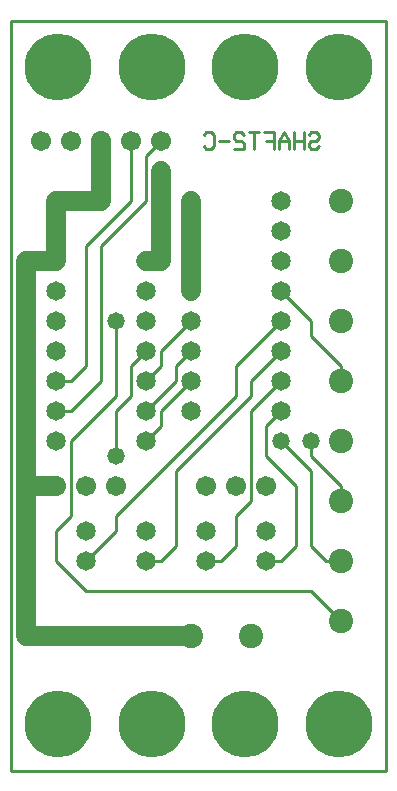
<source format=gbl>
%MOIN*%
%FSLAX25Y25*%
G04 D10 used for Character Trace; *
G04     Circle (OD=.01000) (No hole)*
G04 D11 used for Power Trace; *
G04     Circle (OD=.06700) (No hole)*
G04 D12 used for Signal Trace; *
G04     Circle (OD=.01100) (No hole)*
G04 D13 used for Via; *
G04     Circle (OD=.05800) (Round. Hole ID=.02800)*
G04 D14 used for Component hole; *
G04     Circle (OD=.06500) (Round. Hole ID=.03500)*
G04 D15 used for Component hole; *
G04     Circle (OD=.06700) (Round. Hole ID=.04300)*
G04 D16 used for Component hole; *
G04     Circle (OD=.08100) (Round. Hole ID=.05100)*
G04 D17 used for Component hole; *
G04     Circle (OD=.08900) (Round. Hole ID=.05900)*
G04 D18 used for Component hole; *
G04     Circle (OD=.11300) (Round. Hole ID=.08300)*
G04 D19 used for Component hole; *
G04     Circle (OD=.16000) (Round. Hole ID=.13000)*
G04 D20 used for Component hole; *
G04     Circle (OD=.18300) (Round. Hole ID=.15300)*
G04 D21 used for Component hole; *
G04     Circle (OD=.22291) (Round. Hole ID=.19291)*
%ADD10C,.01000*%
%ADD11C,.06700*%
%ADD12C,.01100*%
%ADD13C,.05800*%
%ADD14C,.06500*%
%ADD15C,.06700*%
%ADD16C,.08100*%
%ADD17C,.08900*%
%ADD18C,.11300*%
%ADD19C,.16000*%
%ADD20C,.18300*%
%ADD21C,.22291*%
%IPPOS*%
%LPD*%
G90*X0Y0D02*D21*X15625Y15625D03*D11*              
X5000Y45000D02*X60000D01*D16*D03*X80000D03*D14*   
X85000Y70000D03*D12*X90000D01*X95000Y75000D01*    
Y95000D01*X85000Y105000D01*Y115000D01*            
X90000Y120000D01*D14*D03*D13*X100000Y110000D03*   
D12*Y105000D01*X110000Y95000D01*Y90000D01*D16*D03*
D12*X100000Y75000D02*Y100000D01*X105000Y70000D02* 
X100000Y75000D01*X105000Y70000D02*X110000D01*D16* 
D03*D12*Y50000D02*X100000Y60000D01*D16*           
X110000Y50000D03*D12*X25000Y60000D02*X100000D01*  
X25000D02*X15000Y70000D01*Y80000D01*              
X20000Y85000D01*Y110000D01*X35000Y125000D01*      
Y150000D01*D13*D03*D14*X45000Y140000D03*D12*      
X40000Y135000D01*Y125000D01*X35000Y120000D01*     
Y105000D01*D13*D03*D15*X25000Y95000D03*X35000D03* 
D14*X45000Y110000D03*D12*X50000Y115000D01*        
Y120000D01*X60000Y130000D01*D14*D03*D12*X55000D02*
Y135000D01*X45000Y120000D02*X55000Y130000D01*D14* 
X45000Y120000D03*Y130000D03*D12*X50000Y135000D01* 
Y140000D01*X60000Y150000D01*D14*D03*Y160000D03*   
D11*Y170000D01*D14*D03*D11*Y180000D01*D14*D03*D11*
Y190000D01*D14*D03*D13*X50000Y200000D03*D11*      
Y190000D01*D14*D03*D11*Y170000D01*X45000D01*D14*  
D03*Y160000D03*D12*X30000Y130000D02*Y175000D01*   
X20000Y120000D02*X30000Y130000D01*                
X15000Y120000D02*X20000D01*D14*X15000D03*D12*     
Y130000D02*X20000D01*D14*X15000D03*D12*X20000D02* 
X25000Y135000D01*Y175000D01*X40000Y190000D01*     
Y210000D01*D15*D03*D12*X45000Y190000D02*          
Y205000D01*X30000Y175000D02*X45000Y190000D01*D11* 
X15000Y170000D02*Y190000D01*D14*Y170000D03*D11*   
X5000D01*Y95000D01*Y45000D01*D14*X25000Y70000D03* 
D12*X35000Y80000D01*Y85000D01*X75000Y125000D01*   
Y135000D01*X90000Y150000D01*D14*D03*D12*          
X110000Y135000D02*X100000Y145000D01*              
X110000Y130000D02*Y135000D01*D16*Y130000D03*D12*  
X100000Y145000D02*Y150000D01*X90000Y160000D01*D14*
D03*Y170000D03*D16*X110000Y150000D03*D14*         
X90000Y180000D03*Y140000D03*D12*X80000Y130000D01* 
Y125000D01*X55000Y100000D01*Y75000D01*            
X50000Y70000D01*X45000D01*D14*D03*Y80000D03*      
X25000D03*X65000Y70000D03*D12*X70000D01*          
X75000Y75000D01*Y85000D01*X80000Y90000D01*        
Y120000D01*X90000Y130000D01*D14*D03*D16*          
X110000Y110000D03*D13*X90000D03*D12*              
X100000Y100000D01*D15*X85000Y95000D03*D14*        
Y80000D03*D15*X75000Y95000D03*X65000D03*D14*      
Y80000D03*X60000Y140000D03*D12*X55000Y135000D01*  
D14*X60000Y120000D03*X45000Y150000D03*D15*        
X15000Y95000D03*D11*X5000D01*D14*X15000Y110000D03*
Y140000D03*Y150000D03*Y160000D03*D21*             
X46875Y15625D03*X78125D03*D14*X90000Y190000D03*   
X30000D03*D11*X15000D01*X30000D02*Y210000D01*D15* 
D03*X20000D03*D12*X45000Y205000D02*               
X50000Y210000D01*D15*D03*D10*X99163Y211914D02*    
X100000Y212871D01*X101674D01*X102511Y211914D01*   
Y210957D01*X101674Y210000D01*X100000D01*          
X99163Y209043D01*Y208086D01*X100000Y207129D01*    
X101674D01*X102511Y208086D01*X97511Y207129D02*    
Y212871D01*X94163Y207129D02*Y212871D01*           
X97511Y210000D02*X94163D01*X92511Y207129D02*      
Y210000D01*X90837Y212871D01*X89163Y210000D01*     
Y207129D01*X92511Y210000D02*X89163D01*            
X87511Y207129D02*Y212871D01*X84163D01*            
X87511Y210000D02*X85000D01*X80837Y207129D02*      
Y212871D01*X82511D02*X79163D01*X77511Y211914D02*  
X76674Y212871D01*X75000D01*X74163Y211914D01*      
Y210957D01*X75000Y210000D01*X76674D01*            
X77511Y209043D01*Y207129D01*X74163D01*            
X72511Y210000D02*X69163D01*X64163Y208086D02*      
X65000Y207129D01*X66674D01*X67511Y208086D01*      
Y211914D01*X66674Y212871D01*X65000D01*            
X64163Y211914D01*D21*X46875Y234375D03*X78125D03*  
X15625D03*D15*X10000Y210000D03*D12*X0Y0D02*       
Y250000D01*Y0D02*X125000D01*Y250000D01*X0D01*D16* 
X110000Y170000D03*Y190000D03*D21*                 
X109375Y234375D03*Y15625D03*M02*                  

</source>
